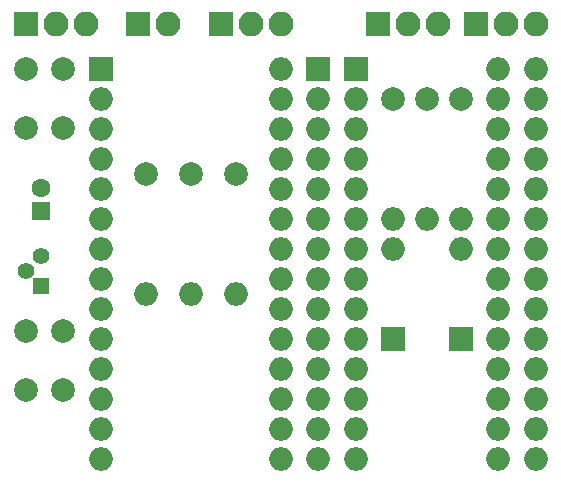
<source format=gbs>
G04 #@! TF.FileFunction,Soldermask,Bot*
%FSLAX46Y46*%
G04 Gerber Fmt 4.6, Leading zero omitted, Abs format (unit mm)*
G04 Created by KiCad (PCBNEW 4.0.7) date 08/08/19 00:53:57*
%MOMM*%
%LPD*%
G01*
G04 APERTURE LIST*
%ADD10C,0.100000*%
%ADD11R,2.000000X2.000000*%
%ADD12O,2.000000X2.000000*%
%ADD13C,2.000000*%
%ADD14R,1.600000X1.600000*%
%ADD15C,1.600000*%
%ADD16R,2.100000X2.100000*%
%ADD17O,2.100000X2.100000*%
%ADD18C,1.400000*%
%ADD19R,1.400000X1.400000*%
G04 APERTURE END LIST*
D10*
D11*
X127000000Y-104140000D03*
D12*
X142240000Y-121920000D03*
X127000000Y-106680000D03*
X142240000Y-119380000D03*
X127000000Y-109220000D03*
X142240000Y-116840000D03*
X127000000Y-111760000D03*
X142240000Y-114300000D03*
X127000000Y-114300000D03*
X142240000Y-111760000D03*
X127000000Y-116840000D03*
X142240000Y-109220000D03*
X127000000Y-119380000D03*
X142240000Y-106680000D03*
X127000000Y-121920000D03*
X142240000Y-104140000D03*
X127000000Y-124460000D03*
X127000000Y-127000000D03*
X127000000Y-129540000D03*
X127000000Y-132080000D03*
X127000000Y-134620000D03*
X127000000Y-137160000D03*
X142240000Y-137160000D03*
X142240000Y-134620000D03*
X142240000Y-132080000D03*
X142240000Y-129540000D03*
X142240000Y-127000000D03*
X142240000Y-124460000D03*
D13*
X102235000Y-104140000D03*
X102235000Y-109140000D03*
X105410000Y-104140000D03*
X105410000Y-109140000D03*
X105410000Y-126365000D03*
X105410000Y-131365000D03*
X102235000Y-126365000D03*
X102235000Y-131365000D03*
D14*
X103505000Y-116205000D03*
D15*
X103505000Y-114205000D03*
D16*
X140335000Y-100330000D03*
D17*
X142875000Y-100330000D03*
X145415000Y-100330000D03*
D16*
X132080000Y-100330000D03*
D17*
X134620000Y-100330000D03*
X137160000Y-100330000D03*
D18*
X102235000Y-121285000D03*
X103505000Y-120015000D03*
D19*
X103505000Y-122555000D03*
D13*
X120015000Y-113030000D03*
D12*
X120015000Y-123190000D03*
D13*
X116205000Y-113030000D03*
D12*
X116205000Y-123190000D03*
D13*
X112395000Y-113030000D03*
D12*
X112395000Y-123190000D03*
D11*
X130175000Y-104140000D03*
D12*
X145415000Y-137160000D03*
X130175000Y-106680000D03*
X145415000Y-134620000D03*
X130175000Y-109220000D03*
X145415000Y-132080000D03*
X130175000Y-111760000D03*
X145415000Y-129540000D03*
X130175000Y-114300000D03*
X145415000Y-127000000D03*
X130175000Y-116840000D03*
X145415000Y-124460000D03*
X130175000Y-119380000D03*
X145415000Y-121920000D03*
X130175000Y-121920000D03*
X145415000Y-119380000D03*
X130175000Y-124460000D03*
X145415000Y-116840000D03*
X130175000Y-127000000D03*
X145415000Y-114300000D03*
X130175000Y-129540000D03*
X145415000Y-111760000D03*
X130175000Y-132080000D03*
X145415000Y-109220000D03*
X130175000Y-134620000D03*
X145415000Y-106680000D03*
X130175000Y-137160000D03*
X145415000Y-104140000D03*
D11*
X108585000Y-104140000D03*
D12*
X123825000Y-137160000D03*
X108585000Y-106680000D03*
X123825000Y-134620000D03*
X108585000Y-109220000D03*
X123825000Y-132080000D03*
X108585000Y-111760000D03*
X123825000Y-129540000D03*
X108585000Y-114300000D03*
X123825000Y-127000000D03*
X108585000Y-116840000D03*
X123825000Y-124460000D03*
X108585000Y-119380000D03*
X123825000Y-121920000D03*
X108585000Y-121920000D03*
X123825000Y-119380000D03*
X108585000Y-124460000D03*
X123825000Y-116840000D03*
X108585000Y-127000000D03*
X123825000Y-114300000D03*
X108585000Y-129540000D03*
X123825000Y-111760000D03*
X108585000Y-132080000D03*
X123825000Y-109220000D03*
X108585000Y-134620000D03*
X123825000Y-106680000D03*
X108585000Y-137160000D03*
X123825000Y-104140000D03*
D16*
X111760000Y-100330000D03*
D17*
X114300000Y-100330000D03*
D11*
X133350000Y-127000000D03*
D12*
X133350000Y-119380000D03*
D11*
X139065000Y-127000000D03*
D12*
X139065000Y-119380000D03*
D16*
X102235000Y-100330000D03*
D17*
X104775000Y-100330000D03*
X107315000Y-100330000D03*
D16*
X118745000Y-100330000D03*
D17*
X121285000Y-100330000D03*
X123825000Y-100330000D03*
D13*
X133350000Y-106680000D03*
D12*
X133350000Y-116840000D03*
D13*
X139065000Y-106680000D03*
D12*
X139065000Y-116840000D03*
D13*
X136205000Y-106680000D03*
D12*
X136205000Y-116840000D03*
M02*

</source>
